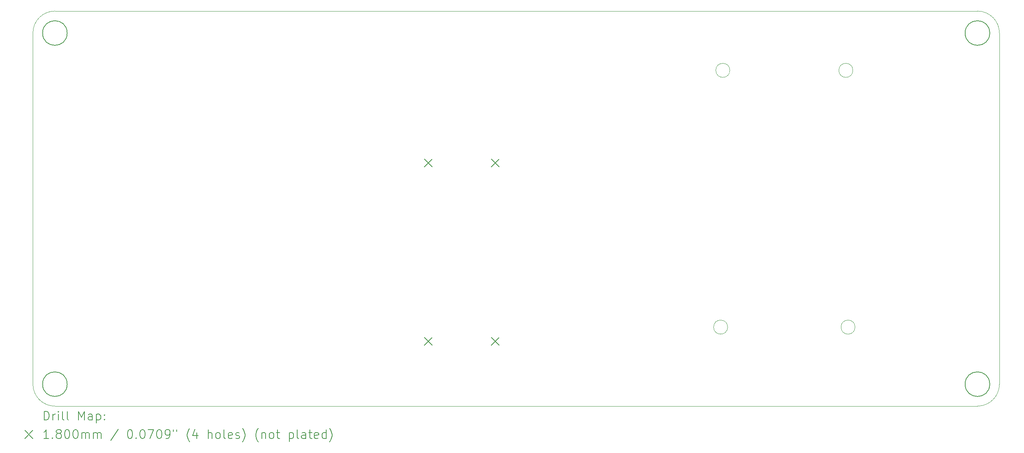
<source format=gbr>
%TF.GenerationSoftware,KiCad,Pcbnew,7.0.8*%
%TF.CreationDate,2024-12-10T03:26:17-06:00*%
%TF.ProjectId,CANBOARD_REV2,43414e42-4f41-4524-945f-524556322e6b,rev?*%
%TF.SameCoordinates,Original*%
%TF.FileFunction,Drillmap*%
%TF.FilePolarity,Positive*%
%FSLAX45Y45*%
G04 Gerber Fmt 4.5, Leading zero omitted, Abs format (unit mm)*
G04 Created by KiCad (PCBNEW 7.0.8) date 2024-12-10 03:26:17*
%MOMM*%
%LPD*%
G01*
G04 APERTURE LIST*
%ADD10C,0.100000*%
%ADD11C,0.150000*%
%ADD12C,0.200000*%
%ADD13C,0.180000*%
G04 APERTURE END LIST*
D10*
X4453500Y-3180500D02*
G75*
G03*
X3953500Y-3680500I0J-500000D01*
G01*
X25953500Y-3680500D02*
G75*
G03*
X25453500Y-3180500I-500000J0D01*
G01*
X4453500Y-3180500D02*
X25453500Y-3180500D01*
X3953500Y-11680500D02*
G75*
G03*
X4453500Y-12180500I500000J0D01*
G01*
X3953500Y-11680500D02*
X3953500Y-3680500D01*
X25453500Y-12180500D02*
G75*
G03*
X25953500Y-11680500I0J500000D01*
G01*
X25953500Y-3680500D02*
X25953500Y-11680500D01*
X25453500Y-12180500D02*
X4453500Y-12180500D01*
D11*
X25733500Y-11680500D02*
G75*
G03*
X25733500Y-11680500I-280000J0D01*
G01*
X4733500Y-3680500D02*
G75*
G03*
X4733500Y-3680500I-280000J0D01*
G01*
X25733500Y-3680500D02*
G75*
G03*
X25733500Y-3680500I-280000J0D01*
G01*
X4733500Y-11680500D02*
G75*
G03*
X4733500Y-11680500I-280000J0D01*
G01*
D10*
X22618000Y-4530500D02*
G75*
G03*
X22618000Y-4530500I-160000J0D01*
G01*
X19768000Y-10380500D02*
G75*
G03*
X19768000Y-10380500I-160000J0D01*
G01*
X19818000Y-4530500D02*
G75*
G03*
X19818000Y-4530500I-160000J0D01*
G01*
X22668000Y-10380500D02*
G75*
G03*
X22668000Y-10380500I-160000J0D01*
G01*
D12*
D13*
X12864500Y-6548000D02*
X13044500Y-6728000D01*
X13044500Y-6548000D02*
X12864500Y-6728000D01*
X12864500Y-10612000D02*
X13044500Y-10792000D01*
X13044500Y-10612000D02*
X12864500Y-10792000D01*
X14388500Y-6548000D02*
X14568500Y-6728000D01*
X14568500Y-6548000D02*
X14388500Y-6728000D01*
X14388500Y-10612000D02*
X14568500Y-10792000D01*
X14568500Y-10612000D02*
X14388500Y-10792000D01*
D12*
X4209277Y-12496984D02*
X4209277Y-12296984D01*
X4209277Y-12296984D02*
X4256896Y-12296984D01*
X4256896Y-12296984D02*
X4285467Y-12306508D01*
X4285467Y-12306508D02*
X4304515Y-12325555D01*
X4304515Y-12325555D02*
X4314039Y-12344603D01*
X4314039Y-12344603D02*
X4323563Y-12382698D01*
X4323563Y-12382698D02*
X4323563Y-12411269D01*
X4323563Y-12411269D02*
X4314039Y-12449365D01*
X4314039Y-12449365D02*
X4304515Y-12468412D01*
X4304515Y-12468412D02*
X4285467Y-12487460D01*
X4285467Y-12487460D02*
X4256896Y-12496984D01*
X4256896Y-12496984D02*
X4209277Y-12496984D01*
X4409277Y-12496984D02*
X4409277Y-12363650D01*
X4409277Y-12401746D02*
X4418801Y-12382698D01*
X4418801Y-12382698D02*
X4428324Y-12373174D01*
X4428324Y-12373174D02*
X4447372Y-12363650D01*
X4447372Y-12363650D02*
X4466420Y-12363650D01*
X4533086Y-12496984D02*
X4533086Y-12363650D01*
X4533086Y-12296984D02*
X4523563Y-12306508D01*
X4523563Y-12306508D02*
X4533086Y-12316031D01*
X4533086Y-12316031D02*
X4542610Y-12306508D01*
X4542610Y-12306508D02*
X4533086Y-12296984D01*
X4533086Y-12296984D02*
X4533086Y-12316031D01*
X4656896Y-12496984D02*
X4637848Y-12487460D01*
X4637848Y-12487460D02*
X4628324Y-12468412D01*
X4628324Y-12468412D02*
X4628324Y-12296984D01*
X4761658Y-12496984D02*
X4742610Y-12487460D01*
X4742610Y-12487460D02*
X4733086Y-12468412D01*
X4733086Y-12468412D02*
X4733086Y-12296984D01*
X4990229Y-12496984D02*
X4990229Y-12296984D01*
X4990229Y-12296984D02*
X5056896Y-12439841D01*
X5056896Y-12439841D02*
X5123563Y-12296984D01*
X5123563Y-12296984D02*
X5123563Y-12496984D01*
X5304515Y-12496984D02*
X5304515Y-12392222D01*
X5304515Y-12392222D02*
X5294991Y-12373174D01*
X5294991Y-12373174D02*
X5275944Y-12363650D01*
X5275944Y-12363650D02*
X5237848Y-12363650D01*
X5237848Y-12363650D02*
X5218801Y-12373174D01*
X5304515Y-12487460D02*
X5285467Y-12496984D01*
X5285467Y-12496984D02*
X5237848Y-12496984D01*
X5237848Y-12496984D02*
X5218801Y-12487460D01*
X5218801Y-12487460D02*
X5209277Y-12468412D01*
X5209277Y-12468412D02*
X5209277Y-12449365D01*
X5209277Y-12449365D02*
X5218801Y-12430317D01*
X5218801Y-12430317D02*
X5237848Y-12420793D01*
X5237848Y-12420793D02*
X5285467Y-12420793D01*
X5285467Y-12420793D02*
X5304515Y-12411269D01*
X5399753Y-12363650D02*
X5399753Y-12563650D01*
X5399753Y-12373174D02*
X5418801Y-12363650D01*
X5418801Y-12363650D02*
X5456896Y-12363650D01*
X5456896Y-12363650D02*
X5475944Y-12373174D01*
X5475944Y-12373174D02*
X5485467Y-12382698D01*
X5485467Y-12382698D02*
X5494991Y-12401746D01*
X5494991Y-12401746D02*
X5494991Y-12458888D01*
X5494991Y-12458888D02*
X5485467Y-12477936D01*
X5485467Y-12477936D02*
X5475944Y-12487460D01*
X5475944Y-12487460D02*
X5456896Y-12496984D01*
X5456896Y-12496984D02*
X5418801Y-12496984D01*
X5418801Y-12496984D02*
X5399753Y-12487460D01*
X5580705Y-12477936D02*
X5590229Y-12487460D01*
X5590229Y-12487460D02*
X5580705Y-12496984D01*
X5580705Y-12496984D02*
X5571182Y-12487460D01*
X5571182Y-12487460D02*
X5580705Y-12477936D01*
X5580705Y-12477936D02*
X5580705Y-12496984D01*
X5580705Y-12373174D02*
X5590229Y-12382698D01*
X5590229Y-12382698D02*
X5580705Y-12392222D01*
X5580705Y-12392222D02*
X5571182Y-12382698D01*
X5571182Y-12382698D02*
X5580705Y-12373174D01*
X5580705Y-12373174D02*
X5580705Y-12392222D01*
D13*
X3768500Y-12735500D02*
X3948500Y-12915500D01*
X3948500Y-12735500D02*
X3768500Y-12915500D01*
D12*
X4314039Y-12916984D02*
X4199753Y-12916984D01*
X4256896Y-12916984D02*
X4256896Y-12716984D01*
X4256896Y-12716984D02*
X4237848Y-12745555D01*
X4237848Y-12745555D02*
X4218801Y-12764603D01*
X4218801Y-12764603D02*
X4199753Y-12774127D01*
X4399753Y-12897936D02*
X4409277Y-12907460D01*
X4409277Y-12907460D02*
X4399753Y-12916984D01*
X4399753Y-12916984D02*
X4390229Y-12907460D01*
X4390229Y-12907460D02*
X4399753Y-12897936D01*
X4399753Y-12897936D02*
X4399753Y-12916984D01*
X4523563Y-12802698D02*
X4504515Y-12793174D01*
X4504515Y-12793174D02*
X4494991Y-12783650D01*
X4494991Y-12783650D02*
X4485467Y-12764603D01*
X4485467Y-12764603D02*
X4485467Y-12755079D01*
X4485467Y-12755079D02*
X4494991Y-12736031D01*
X4494991Y-12736031D02*
X4504515Y-12726508D01*
X4504515Y-12726508D02*
X4523563Y-12716984D01*
X4523563Y-12716984D02*
X4561658Y-12716984D01*
X4561658Y-12716984D02*
X4580705Y-12726508D01*
X4580705Y-12726508D02*
X4590229Y-12736031D01*
X4590229Y-12736031D02*
X4599753Y-12755079D01*
X4599753Y-12755079D02*
X4599753Y-12764603D01*
X4599753Y-12764603D02*
X4590229Y-12783650D01*
X4590229Y-12783650D02*
X4580705Y-12793174D01*
X4580705Y-12793174D02*
X4561658Y-12802698D01*
X4561658Y-12802698D02*
X4523563Y-12802698D01*
X4523563Y-12802698D02*
X4504515Y-12812222D01*
X4504515Y-12812222D02*
X4494991Y-12821746D01*
X4494991Y-12821746D02*
X4485467Y-12840793D01*
X4485467Y-12840793D02*
X4485467Y-12878888D01*
X4485467Y-12878888D02*
X4494991Y-12897936D01*
X4494991Y-12897936D02*
X4504515Y-12907460D01*
X4504515Y-12907460D02*
X4523563Y-12916984D01*
X4523563Y-12916984D02*
X4561658Y-12916984D01*
X4561658Y-12916984D02*
X4580705Y-12907460D01*
X4580705Y-12907460D02*
X4590229Y-12897936D01*
X4590229Y-12897936D02*
X4599753Y-12878888D01*
X4599753Y-12878888D02*
X4599753Y-12840793D01*
X4599753Y-12840793D02*
X4590229Y-12821746D01*
X4590229Y-12821746D02*
X4580705Y-12812222D01*
X4580705Y-12812222D02*
X4561658Y-12802698D01*
X4723563Y-12716984D02*
X4742610Y-12716984D01*
X4742610Y-12716984D02*
X4761658Y-12726508D01*
X4761658Y-12726508D02*
X4771182Y-12736031D01*
X4771182Y-12736031D02*
X4780705Y-12755079D01*
X4780705Y-12755079D02*
X4790229Y-12793174D01*
X4790229Y-12793174D02*
X4790229Y-12840793D01*
X4790229Y-12840793D02*
X4780705Y-12878888D01*
X4780705Y-12878888D02*
X4771182Y-12897936D01*
X4771182Y-12897936D02*
X4761658Y-12907460D01*
X4761658Y-12907460D02*
X4742610Y-12916984D01*
X4742610Y-12916984D02*
X4723563Y-12916984D01*
X4723563Y-12916984D02*
X4704515Y-12907460D01*
X4704515Y-12907460D02*
X4694991Y-12897936D01*
X4694991Y-12897936D02*
X4685467Y-12878888D01*
X4685467Y-12878888D02*
X4675944Y-12840793D01*
X4675944Y-12840793D02*
X4675944Y-12793174D01*
X4675944Y-12793174D02*
X4685467Y-12755079D01*
X4685467Y-12755079D02*
X4694991Y-12736031D01*
X4694991Y-12736031D02*
X4704515Y-12726508D01*
X4704515Y-12726508D02*
X4723563Y-12716984D01*
X4914039Y-12716984D02*
X4933086Y-12716984D01*
X4933086Y-12716984D02*
X4952134Y-12726508D01*
X4952134Y-12726508D02*
X4961658Y-12736031D01*
X4961658Y-12736031D02*
X4971182Y-12755079D01*
X4971182Y-12755079D02*
X4980705Y-12793174D01*
X4980705Y-12793174D02*
X4980705Y-12840793D01*
X4980705Y-12840793D02*
X4971182Y-12878888D01*
X4971182Y-12878888D02*
X4961658Y-12897936D01*
X4961658Y-12897936D02*
X4952134Y-12907460D01*
X4952134Y-12907460D02*
X4933086Y-12916984D01*
X4933086Y-12916984D02*
X4914039Y-12916984D01*
X4914039Y-12916984D02*
X4894991Y-12907460D01*
X4894991Y-12907460D02*
X4885467Y-12897936D01*
X4885467Y-12897936D02*
X4875944Y-12878888D01*
X4875944Y-12878888D02*
X4866420Y-12840793D01*
X4866420Y-12840793D02*
X4866420Y-12793174D01*
X4866420Y-12793174D02*
X4875944Y-12755079D01*
X4875944Y-12755079D02*
X4885467Y-12736031D01*
X4885467Y-12736031D02*
X4894991Y-12726508D01*
X4894991Y-12726508D02*
X4914039Y-12716984D01*
X5066420Y-12916984D02*
X5066420Y-12783650D01*
X5066420Y-12802698D02*
X5075944Y-12793174D01*
X5075944Y-12793174D02*
X5094991Y-12783650D01*
X5094991Y-12783650D02*
X5123563Y-12783650D01*
X5123563Y-12783650D02*
X5142610Y-12793174D01*
X5142610Y-12793174D02*
X5152134Y-12812222D01*
X5152134Y-12812222D02*
X5152134Y-12916984D01*
X5152134Y-12812222D02*
X5161658Y-12793174D01*
X5161658Y-12793174D02*
X5180705Y-12783650D01*
X5180705Y-12783650D02*
X5209277Y-12783650D01*
X5209277Y-12783650D02*
X5228325Y-12793174D01*
X5228325Y-12793174D02*
X5237848Y-12812222D01*
X5237848Y-12812222D02*
X5237848Y-12916984D01*
X5333086Y-12916984D02*
X5333086Y-12783650D01*
X5333086Y-12802698D02*
X5342610Y-12793174D01*
X5342610Y-12793174D02*
X5361658Y-12783650D01*
X5361658Y-12783650D02*
X5390229Y-12783650D01*
X5390229Y-12783650D02*
X5409277Y-12793174D01*
X5409277Y-12793174D02*
X5418801Y-12812222D01*
X5418801Y-12812222D02*
X5418801Y-12916984D01*
X5418801Y-12812222D02*
X5428325Y-12793174D01*
X5428325Y-12793174D02*
X5447372Y-12783650D01*
X5447372Y-12783650D02*
X5475944Y-12783650D01*
X5475944Y-12783650D02*
X5494991Y-12793174D01*
X5494991Y-12793174D02*
X5504515Y-12812222D01*
X5504515Y-12812222D02*
X5504515Y-12916984D01*
X5894991Y-12707460D02*
X5723563Y-12964603D01*
X6152134Y-12716984D02*
X6171182Y-12716984D01*
X6171182Y-12716984D02*
X6190229Y-12726508D01*
X6190229Y-12726508D02*
X6199753Y-12736031D01*
X6199753Y-12736031D02*
X6209277Y-12755079D01*
X6209277Y-12755079D02*
X6218801Y-12793174D01*
X6218801Y-12793174D02*
X6218801Y-12840793D01*
X6218801Y-12840793D02*
X6209277Y-12878888D01*
X6209277Y-12878888D02*
X6199753Y-12897936D01*
X6199753Y-12897936D02*
X6190229Y-12907460D01*
X6190229Y-12907460D02*
X6171182Y-12916984D01*
X6171182Y-12916984D02*
X6152134Y-12916984D01*
X6152134Y-12916984D02*
X6133086Y-12907460D01*
X6133086Y-12907460D02*
X6123563Y-12897936D01*
X6123563Y-12897936D02*
X6114039Y-12878888D01*
X6114039Y-12878888D02*
X6104515Y-12840793D01*
X6104515Y-12840793D02*
X6104515Y-12793174D01*
X6104515Y-12793174D02*
X6114039Y-12755079D01*
X6114039Y-12755079D02*
X6123563Y-12736031D01*
X6123563Y-12736031D02*
X6133086Y-12726508D01*
X6133086Y-12726508D02*
X6152134Y-12716984D01*
X6304515Y-12897936D02*
X6314039Y-12907460D01*
X6314039Y-12907460D02*
X6304515Y-12916984D01*
X6304515Y-12916984D02*
X6294991Y-12907460D01*
X6294991Y-12907460D02*
X6304515Y-12897936D01*
X6304515Y-12897936D02*
X6304515Y-12916984D01*
X6437848Y-12716984D02*
X6456896Y-12716984D01*
X6456896Y-12716984D02*
X6475944Y-12726508D01*
X6475944Y-12726508D02*
X6485467Y-12736031D01*
X6485467Y-12736031D02*
X6494991Y-12755079D01*
X6494991Y-12755079D02*
X6504515Y-12793174D01*
X6504515Y-12793174D02*
X6504515Y-12840793D01*
X6504515Y-12840793D02*
X6494991Y-12878888D01*
X6494991Y-12878888D02*
X6485467Y-12897936D01*
X6485467Y-12897936D02*
X6475944Y-12907460D01*
X6475944Y-12907460D02*
X6456896Y-12916984D01*
X6456896Y-12916984D02*
X6437848Y-12916984D01*
X6437848Y-12916984D02*
X6418801Y-12907460D01*
X6418801Y-12907460D02*
X6409277Y-12897936D01*
X6409277Y-12897936D02*
X6399753Y-12878888D01*
X6399753Y-12878888D02*
X6390229Y-12840793D01*
X6390229Y-12840793D02*
X6390229Y-12793174D01*
X6390229Y-12793174D02*
X6399753Y-12755079D01*
X6399753Y-12755079D02*
X6409277Y-12736031D01*
X6409277Y-12736031D02*
X6418801Y-12726508D01*
X6418801Y-12726508D02*
X6437848Y-12716984D01*
X6571182Y-12716984D02*
X6704515Y-12716984D01*
X6704515Y-12716984D02*
X6618801Y-12916984D01*
X6818801Y-12716984D02*
X6837848Y-12716984D01*
X6837848Y-12716984D02*
X6856896Y-12726508D01*
X6856896Y-12726508D02*
X6866420Y-12736031D01*
X6866420Y-12736031D02*
X6875944Y-12755079D01*
X6875944Y-12755079D02*
X6885467Y-12793174D01*
X6885467Y-12793174D02*
X6885467Y-12840793D01*
X6885467Y-12840793D02*
X6875944Y-12878888D01*
X6875944Y-12878888D02*
X6866420Y-12897936D01*
X6866420Y-12897936D02*
X6856896Y-12907460D01*
X6856896Y-12907460D02*
X6837848Y-12916984D01*
X6837848Y-12916984D02*
X6818801Y-12916984D01*
X6818801Y-12916984D02*
X6799753Y-12907460D01*
X6799753Y-12907460D02*
X6790229Y-12897936D01*
X6790229Y-12897936D02*
X6780706Y-12878888D01*
X6780706Y-12878888D02*
X6771182Y-12840793D01*
X6771182Y-12840793D02*
X6771182Y-12793174D01*
X6771182Y-12793174D02*
X6780706Y-12755079D01*
X6780706Y-12755079D02*
X6790229Y-12736031D01*
X6790229Y-12736031D02*
X6799753Y-12726508D01*
X6799753Y-12726508D02*
X6818801Y-12716984D01*
X6980706Y-12916984D02*
X7018801Y-12916984D01*
X7018801Y-12916984D02*
X7037848Y-12907460D01*
X7037848Y-12907460D02*
X7047372Y-12897936D01*
X7047372Y-12897936D02*
X7066420Y-12869365D01*
X7066420Y-12869365D02*
X7075944Y-12831269D01*
X7075944Y-12831269D02*
X7075944Y-12755079D01*
X7075944Y-12755079D02*
X7066420Y-12736031D01*
X7066420Y-12736031D02*
X7056896Y-12726508D01*
X7056896Y-12726508D02*
X7037848Y-12716984D01*
X7037848Y-12716984D02*
X6999753Y-12716984D01*
X6999753Y-12716984D02*
X6980706Y-12726508D01*
X6980706Y-12726508D02*
X6971182Y-12736031D01*
X6971182Y-12736031D02*
X6961658Y-12755079D01*
X6961658Y-12755079D02*
X6961658Y-12802698D01*
X6961658Y-12802698D02*
X6971182Y-12821746D01*
X6971182Y-12821746D02*
X6980706Y-12831269D01*
X6980706Y-12831269D02*
X6999753Y-12840793D01*
X6999753Y-12840793D02*
X7037848Y-12840793D01*
X7037848Y-12840793D02*
X7056896Y-12831269D01*
X7056896Y-12831269D02*
X7066420Y-12821746D01*
X7066420Y-12821746D02*
X7075944Y-12802698D01*
X7152134Y-12716984D02*
X7152134Y-12755079D01*
X7228325Y-12716984D02*
X7228325Y-12755079D01*
X7523563Y-12993174D02*
X7514039Y-12983650D01*
X7514039Y-12983650D02*
X7494991Y-12955079D01*
X7494991Y-12955079D02*
X7485468Y-12936031D01*
X7485468Y-12936031D02*
X7475944Y-12907460D01*
X7475944Y-12907460D02*
X7466420Y-12859841D01*
X7466420Y-12859841D02*
X7466420Y-12821746D01*
X7466420Y-12821746D02*
X7475944Y-12774127D01*
X7475944Y-12774127D02*
X7485468Y-12745555D01*
X7485468Y-12745555D02*
X7494991Y-12726508D01*
X7494991Y-12726508D02*
X7514039Y-12697936D01*
X7514039Y-12697936D02*
X7523563Y-12688412D01*
X7685468Y-12783650D02*
X7685468Y-12916984D01*
X7637848Y-12707460D02*
X7590229Y-12850317D01*
X7590229Y-12850317D02*
X7714039Y-12850317D01*
X7942610Y-12916984D02*
X7942610Y-12716984D01*
X8028325Y-12916984D02*
X8028325Y-12812222D01*
X8028325Y-12812222D02*
X8018801Y-12793174D01*
X8018801Y-12793174D02*
X7999753Y-12783650D01*
X7999753Y-12783650D02*
X7971182Y-12783650D01*
X7971182Y-12783650D02*
X7952134Y-12793174D01*
X7952134Y-12793174D02*
X7942610Y-12802698D01*
X8152134Y-12916984D02*
X8133087Y-12907460D01*
X8133087Y-12907460D02*
X8123563Y-12897936D01*
X8123563Y-12897936D02*
X8114039Y-12878888D01*
X8114039Y-12878888D02*
X8114039Y-12821746D01*
X8114039Y-12821746D02*
X8123563Y-12802698D01*
X8123563Y-12802698D02*
X8133087Y-12793174D01*
X8133087Y-12793174D02*
X8152134Y-12783650D01*
X8152134Y-12783650D02*
X8180706Y-12783650D01*
X8180706Y-12783650D02*
X8199753Y-12793174D01*
X8199753Y-12793174D02*
X8209277Y-12802698D01*
X8209277Y-12802698D02*
X8218801Y-12821746D01*
X8218801Y-12821746D02*
X8218801Y-12878888D01*
X8218801Y-12878888D02*
X8209277Y-12897936D01*
X8209277Y-12897936D02*
X8199753Y-12907460D01*
X8199753Y-12907460D02*
X8180706Y-12916984D01*
X8180706Y-12916984D02*
X8152134Y-12916984D01*
X8333087Y-12916984D02*
X8314039Y-12907460D01*
X8314039Y-12907460D02*
X8304515Y-12888412D01*
X8304515Y-12888412D02*
X8304515Y-12716984D01*
X8485468Y-12907460D02*
X8466420Y-12916984D01*
X8466420Y-12916984D02*
X8428325Y-12916984D01*
X8428325Y-12916984D02*
X8409277Y-12907460D01*
X8409277Y-12907460D02*
X8399753Y-12888412D01*
X8399753Y-12888412D02*
X8399753Y-12812222D01*
X8399753Y-12812222D02*
X8409277Y-12793174D01*
X8409277Y-12793174D02*
X8428325Y-12783650D01*
X8428325Y-12783650D02*
X8466420Y-12783650D01*
X8466420Y-12783650D02*
X8485468Y-12793174D01*
X8485468Y-12793174D02*
X8494992Y-12812222D01*
X8494992Y-12812222D02*
X8494992Y-12831269D01*
X8494992Y-12831269D02*
X8399753Y-12850317D01*
X8571182Y-12907460D02*
X8590230Y-12916984D01*
X8590230Y-12916984D02*
X8628325Y-12916984D01*
X8628325Y-12916984D02*
X8647373Y-12907460D01*
X8647373Y-12907460D02*
X8656896Y-12888412D01*
X8656896Y-12888412D02*
X8656896Y-12878888D01*
X8656896Y-12878888D02*
X8647373Y-12859841D01*
X8647373Y-12859841D02*
X8628325Y-12850317D01*
X8628325Y-12850317D02*
X8599753Y-12850317D01*
X8599753Y-12850317D02*
X8580706Y-12840793D01*
X8580706Y-12840793D02*
X8571182Y-12821746D01*
X8571182Y-12821746D02*
X8571182Y-12812222D01*
X8571182Y-12812222D02*
X8580706Y-12793174D01*
X8580706Y-12793174D02*
X8599753Y-12783650D01*
X8599753Y-12783650D02*
X8628325Y-12783650D01*
X8628325Y-12783650D02*
X8647373Y-12793174D01*
X8723563Y-12993174D02*
X8733087Y-12983650D01*
X8733087Y-12983650D02*
X8752134Y-12955079D01*
X8752134Y-12955079D02*
X8761658Y-12936031D01*
X8761658Y-12936031D02*
X8771182Y-12907460D01*
X8771182Y-12907460D02*
X8780706Y-12859841D01*
X8780706Y-12859841D02*
X8780706Y-12821746D01*
X8780706Y-12821746D02*
X8771182Y-12774127D01*
X8771182Y-12774127D02*
X8761658Y-12745555D01*
X8761658Y-12745555D02*
X8752134Y-12726508D01*
X8752134Y-12726508D02*
X8733087Y-12697936D01*
X8733087Y-12697936D02*
X8723563Y-12688412D01*
X9085468Y-12993174D02*
X9075944Y-12983650D01*
X9075944Y-12983650D02*
X9056896Y-12955079D01*
X9056896Y-12955079D02*
X9047373Y-12936031D01*
X9047373Y-12936031D02*
X9037849Y-12907460D01*
X9037849Y-12907460D02*
X9028325Y-12859841D01*
X9028325Y-12859841D02*
X9028325Y-12821746D01*
X9028325Y-12821746D02*
X9037849Y-12774127D01*
X9037849Y-12774127D02*
X9047373Y-12745555D01*
X9047373Y-12745555D02*
X9056896Y-12726508D01*
X9056896Y-12726508D02*
X9075944Y-12697936D01*
X9075944Y-12697936D02*
X9085468Y-12688412D01*
X9161658Y-12783650D02*
X9161658Y-12916984D01*
X9161658Y-12802698D02*
X9171182Y-12793174D01*
X9171182Y-12793174D02*
X9190230Y-12783650D01*
X9190230Y-12783650D02*
X9218801Y-12783650D01*
X9218801Y-12783650D02*
X9237849Y-12793174D01*
X9237849Y-12793174D02*
X9247373Y-12812222D01*
X9247373Y-12812222D02*
X9247373Y-12916984D01*
X9371182Y-12916984D02*
X9352134Y-12907460D01*
X9352134Y-12907460D02*
X9342611Y-12897936D01*
X9342611Y-12897936D02*
X9333087Y-12878888D01*
X9333087Y-12878888D02*
X9333087Y-12821746D01*
X9333087Y-12821746D02*
X9342611Y-12802698D01*
X9342611Y-12802698D02*
X9352134Y-12793174D01*
X9352134Y-12793174D02*
X9371182Y-12783650D01*
X9371182Y-12783650D02*
X9399754Y-12783650D01*
X9399754Y-12783650D02*
X9418801Y-12793174D01*
X9418801Y-12793174D02*
X9428325Y-12802698D01*
X9428325Y-12802698D02*
X9437849Y-12821746D01*
X9437849Y-12821746D02*
X9437849Y-12878888D01*
X9437849Y-12878888D02*
X9428325Y-12897936D01*
X9428325Y-12897936D02*
X9418801Y-12907460D01*
X9418801Y-12907460D02*
X9399754Y-12916984D01*
X9399754Y-12916984D02*
X9371182Y-12916984D01*
X9494992Y-12783650D02*
X9571182Y-12783650D01*
X9523563Y-12716984D02*
X9523563Y-12888412D01*
X9523563Y-12888412D02*
X9533087Y-12907460D01*
X9533087Y-12907460D02*
X9552134Y-12916984D01*
X9552134Y-12916984D02*
X9571182Y-12916984D01*
X9790230Y-12783650D02*
X9790230Y-12983650D01*
X9790230Y-12793174D02*
X9809277Y-12783650D01*
X9809277Y-12783650D02*
X9847373Y-12783650D01*
X9847373Y-12783650D02*
X9866420Y-12793174D01*
X9866420Y-12793174D02*
X9875944Y-12802698D01*
X9875944Y-12802698D02*
X9885468Y-12821746D01*
X9885468Y-12821746D02*
X9885468Y-12878888D01*
X9885468Y-12878888D02*
X9875944Y-12897936D01*
X9875944Y-12897936D02*
X9866420Y-12907460D01*
X9866420Y-12907460D02*
X9847373Y-12916984D01*
X9847373Y-12916984D02*
X9809277Y-12916984D01*
X9809277Y-12916984D02*
X9790230Y-12907460D01*
X9999754Y-12916984D02*
X9980706Y-12907460D01*
X9980706Y-12907460D02*
X9971182Y-12888412D01*
X9971182Y-12888412D02*
X9971182Y-12716984D01*
X10161658Y-12916984D02*
X10161658Y-12812222D01*
X10161658Y-12812222D02*
X10152135Y-12793174D01*
X10152135Y-12793174D02*
X10133087Y-12783650D01*
X10133087Y-12783650D02*
X10094992Y-12783650D01*
X10094992Y-12783650D02*
X10075944Y-12793174D01*
X10161658Y-12907460D02*
X10142611Y-12916984D01*
X10142611Y-12916984D02*
X10094992Y-12916984D01*
X10094992Y-12916984D02*
X10075944Y-12907460D01*
X10075944Y-12907460D02*
X10066420Y-12888412D01*
X10066420Y-12888412D02*
X10066420Y-12869365D01*
X10066420Y-12869365D02*
X10075944Y-12850317D01*
X10075944Y-12850317D02*
X10094992Y-12840793D01*
X10094992Y-12840793D02*
X10142611Y-12840793D01*
X10142611Y-12840793D02*
X10161658Y-12831269D01*
X10228325Y-12783650D02*
X10304515Y-12783650D01*
X10256896Y-12716984D02*
X10256896Y-12888412D01*
X10256896Y-12888412D02*
X10266420Y-12907460D01*
X10266420Y-12907460D02*
X10285468Y-12916984D01*
X10285468Y-12916984D02*
X10304515Y-12916984D01*
X10447373Y-12907460D02*
X10428325Y-12916984D01*
X10428325Y-12916984D02*
X10390230Y-12916984D01*
X10390230Y-12916984D02*
X10371182Y-12907460D01*
X10371182Y-12907460D02*
X10361658Y-12888412D01*
X10361658Y-12888412D02*
X10361658Y-12812222D01*
X10361658Y-12812222D02*
X10371182Y-12793174D01*
X10371182Y-12793174D02*
X10390230Y-12783650D01*
X10390230Y-12783650D02*
X10428325Y-12783650D01*
X10428325Y-12783650D02*
X10447373Y-12793174D01*
X10447373Y-12793174D02*
X10456896Y-12812222D01*
X10456896Y-12812222D02*
X10456896Y-12831269D01*
X10456896Y-12831269D02*
X10361658Y-12850317D01*
X10628325Y-12916984D02*
X10628325Y-12716984D01*
X10628325Y-12907460D02*
X10609277Y-12916984D01*
X10609277Y-12916984D02*
X10571182Y-12916984D01*
X10571182Y-12916984D02*
X10552135Y-12907460D01*
X10552135Y-12907460D02*
X10542611Y-12897936D01*
X10542611Y-12897936D02*
X10533087Y-12878888D01*
X10533087Y-12878888D02*
X10533087Y-12821746D01*
X10533087Y-12821746D02*
X10542611Y-12802698D01*
X10542611Y-12802698D02*
X10552135Y-12793174D01*
X10552135Y-12793174D02*
X10571182Y-12783650D01*
X10571182Y-12783650D02*
X10609277Y-12783650D01*
X10609277Y-12783650D02*
X10628325Y-12793174D01*
X10704516Y-12993174D02*
X10714039Y-12983650D01*
X10714039Y-12983650D02*
X10733087Y-12955079D01*
X10733087Y-12955079D02*
X10742611Y-12936031D01*
X10742611Y-12936031D02*
X10752135Y-12907460D01*
X10752135Y-12907460D02*
X10761658Y-12859841D01*
X10761658Y-12859841D02*
X10761658Y-12821746D01*
X10761658Y-12821746D02*
X10752135Y-12774127D01*
X10752135Y-12774127D02*
X10742611Y-12745555D01*
X10742611Y-12745555D02*
X10733087Y-12726508D01*
X10733087Y-12726508D02*
X10714039Y-12697936D01*
X10714039Y-12697936D02*
X10704516Y-12688412D01*
M02*

</source>
